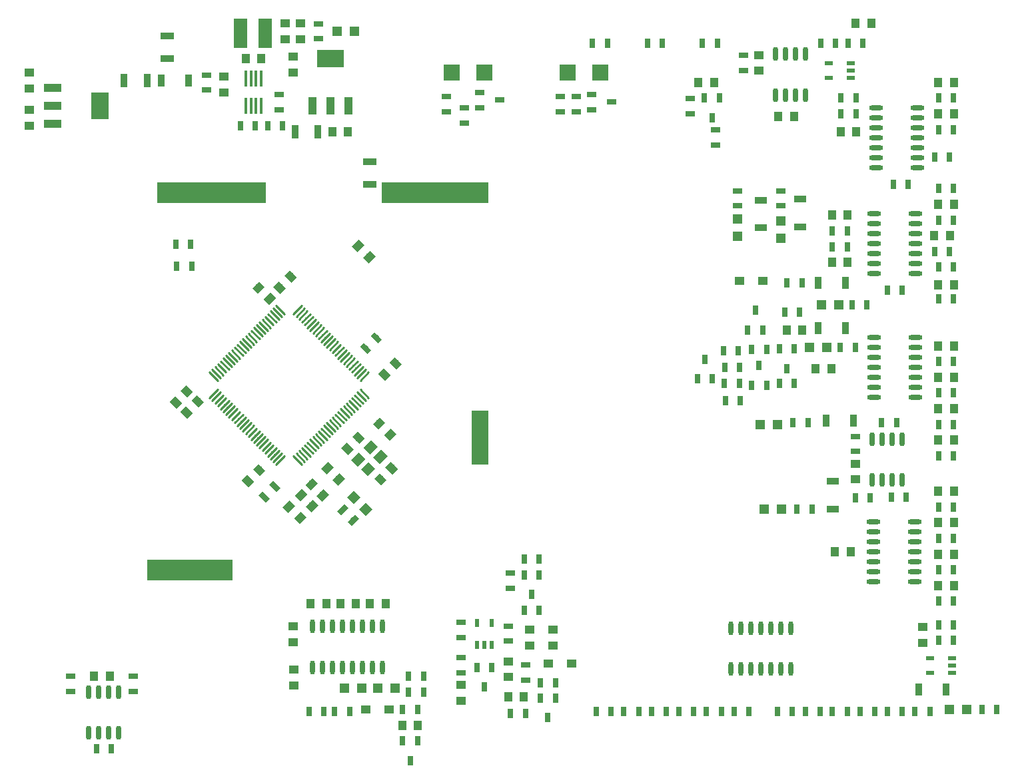
<source format=gbr>
%TF.GenerationSoftware,KiCad,Pcbnew,(5.1.4)-1*%
%TF.CreationDate,2020-11-06T00:10:57+08:00*%
%TF.ProjectId,MCU,4d43552e-6b69-4636-9164-5f7063625858,rev?*%
%TF.SameCoordinates,Original*%
%TF.FileFunction,Paste,Bot*%
%TF.FilePolarity,Positive*%
%FSLAX46Y46*%
G04 Gerber Fmt 4.6, Leading zero omitted, Abs format (unit mm)*
G04 Created by KiCad (PCBNEW (5.1.4)-1) date 2020-11-06 00:10:57*
%MOMM*%
%LPD*%
G04 APERTURE LIST*
%ADD10C,0.100000*%
%ADD11R,1.250000X1.000000*%
%ADD12O,0.700000X1.800000*%
%ADD13R,0.700000X1.300000*%
%ADD14R,1.300000X0.700000*%
%ADD15R,1.000000X1.250000*%
%ADD16R,0.700000X1.250000*%
%ADD17R,1.700000X0.900000*%
%ADD18O,1.800000X0.600000*%
%ADD19C,1.200000*%
%ADD20C,0.350000*%
%ADD21C,0.700000*%
%ADD22C,1.000000*%
%ADD23R,1.200000X1.200000*%
%ADD24O,0.600000X1.800000*%
%ADD25R,1.100000X0.600000*%
%ADD26R,0.900000X1.700000*%
%ADD27R,0.600000X1.100000*%
%ADD28C,0.280000*%
%ADD29C,0.280000*%
%ADD30R,1.250000X0.700000*%
%ADD31R,2.000000X2.000000*%
%ADD32R,2.200000X1.000000*%
%ADD33R,2.200000X3.500000*%
%ADD34R,1.000000X2.200000*%
%ADD35R,3.500000X2.200000*%
%ADD36R,0.400000X2.000000*%
%ADD37R,1.780000X3.700000*%
%ADD38R,0.900000X1.500000*%
%ADD39R,1.500000X0.900000*%
G04 APERTURE END LIST*
D10*
G36*
X81750000Y-80000000D02*
G01*
X79750000Y-80000000D01*
X79750000Y-73250000D01*
X81750000Y-73250000D01*
X81750000Y-80000000D01*
G37*
X81750000Y-80000000D02*
X79750000Y-80000000D01*
X79750000Y-73250000D01*
X81750000Y-73250000D01*
X81750000Y-80000000D01*
G36*
X49250000Y-94750000D02*
G01*
X38500000Y-94750000D01*
X38500000Y-92250000D01*
X49250000Y-92250000D01*
X49250000Y-94750000D01*
G37*
X49250000Y-94750000D02*
X38500000Y-94750000D01*
X38500000Y-92250000D01*
X49250000Y-92250000D01*
X49250000Y-94750000D01*
G36*
X81750000Y-46750000D02*
G01*
X68250000Y-46750000D01*
X68250000Y-44250000D01*
X81750000Y-44250000D01*
X81750000Y-46750000D01*
G37*
X81750000Y-46750000D02*
X68250000Y-46750000D01*
X68250000Y-44250000D01*
X81750000Y-44250000D01*
X81750000Y-46750000D01*
G36*
X53500000Y-46750000D02*
G01*
X39750000Y-46750000D01*
X39750000Y-44250000D01*
X53500000Y-44250000D01*
X53500000Y-46750000D01*
G37*
X53500000Y-46750000D02*
X39750000Y-46750000D01*
X39750000Y-44250000D01*
X53500000Y-44250000D01*
X53500000Y-46750000D01*
D11*
X113775000Y-56750000D03*
X116725000Y-56750000D03*
D12*
X31070000Y-114235000D03*
X32340000Y-114235000D03*
X33610000Y-114235000D03*
X34880000Y-114235000D03*
X34880000Y-109035000D03*
X33610000Y-109035000D03*
X32340000Y-109035000D03*
X31070000Y-109035000D03*
D13*
X33950000Y-116250000D03*
X32050000Y-116250000D03*
D14*
X36750000Y-107050000D03*
X36750000Y-108950000D03*
X28750000Y-107050000D03*
X28750000Y-108950000D03*
D15*
X33750000Y-107000000D03*
X31750000Y-107000000D03*
D13*
X113775000Y-67767000D03*
X111875000Y-67767000D03*
X111850000Y-69800000D03*
X113750000Y-69800000D03*
D16*
X109350000Y-66700000D03*
X108400000Y-69200000D03*
X110300000Y-69200000D03*
D11*
X69225000Y-111250000D03*
X66275000Y-111250000D03*
D17*
X66800000Y-44450000D03*
X66800000Y-41550000D03*
D18*
X136000000Y-95010000D03*
X136000000Y-93740000D03*
X136000000Y-92470000D03*
X136000000Y-91200000D03*
X136000000Y-89930000D03*
X136000000Y-88660000D03*
X136000000Y-87390000D03*
X130800000Y-87390000D03*
X130800000Y-88660000D03*
X130800000Y-89930000D03*
X130800000Y-91200000D03*
X130800000Y-92470000D03*
X130800000Y-93740000D03*
X130800000Y-95010000D03*
D19*
X66277817Y-85777817D03*
D20*
G36*
X65429289Y-85777817D02*
G01*
X66277817Y-84929289D01*
X67126345Y-85777817D01*
X66277817Y-86626345D01*
X65429289Y-85777817D01*
X65429289Y-85777817D01*
G37*
D19*
X64722183Y-84222183D03*
D20*
G36*
X63873655Y-84222183D02*
G01*
X64722183Y-83373655D01*
X65570711Y-84222183D01*
X64722183Y-85070711D01*
X63873655Y-84222183D01*
X63873655Y-84222183D01*
G37*
D21*
X64671751Y-87171751D03*
D20*
G36*
X63964644Y-87383883D02*
G01*
X64883883Y-86464644D01*
X65378858Y-86959619D01*
X64459619Y-87878858D01*
X63964644Y-87383883D01*
X63964644Y-87383883D01*
G37*
D21*
X63328249Y-85828249D03*
D20*
G36*
X62621142Y-86040381D02*
G01*
X63540381Y-85121142D01*
X64035356Y-85616117D01*
X63116117Y-86535356D01*
X62621142Y-86040381D01*
X62621142Y-86040381D01*
G37*
D22*
X60778107Y-84019107D03*
D20*
G36*
X59982612Y-84107495D02*
G01*
X60866495Y-83223612D01*
X61573602Y-83930719D01*
X60689719Y-84814602D01*
X59982612Y-84107495D01*
X59982612Y-84107495D01*
G37*
D22*
X59363893Y-82604893D03*
D20*
G36*
X58568398Y-82693281D02*
G01*
X59452281Y-81809398D01*
X60159388Y-82516505D01*
X59275505Y-83400388D01*
X58568398Y-82693281D01*
X58568398Y-82693281D01*
G37*
D22*
X54047107Y-59000107D03*
D20*
G36*
X54842602Y-58911719D02*
G01*
X53958719Y-59795602D01*
X53251612Y-59088495D01*
X54135495Y-58204612D01*
X54842602Y-58911719D01*
X54842602Y-58911719D01*
G37*
D22*
X52632893Y-57585893D03*
D20*
G36*
X53428388Y-57497505D02*
G01*
X52544505Y-58381388D01*
X51837398Y-57674281D01*
X52721281Y-56790398D01*
X53428388Y-57497505D01*
X53428388Y-57497505D01*
G37*
D22*
X43488893Y-73478107D03*
D20*
G36*
X43400505Y-72682612D02*
G01*
X44284388Y-73566495D01*
X43577281Y-74273602D01*
X42693398Y-73389719D01*
X43400505Y-72682612D01*
X43400505Y-72682612D01*
G37*
D22*
X44903107Y-72063893D03*
D20*
G36*
X44814719Y-71268398D02*
G01*
X45698602Y-72152281D01*
X44991495Y-72859388D01*
X44107612Y-71975505D01*
X44814719Y-71268398D01*
X44814719Y-71268398D01*
G37*
D11*
X92407000Y-105410000D03*
X89457000Y-105410000D03*
D13*
X84648000Y-111760000D03*
X86548000Y-111760000D03*
D14*
X60250000Y-25950000D03*
X60250000Y-24050000D03*
D13*
X146450000Y-111250000D03*
X144550000Y-111250000D03*
X122950000Y-85750000D03*
X121050000Y-85750000D03*
X122450000Y-74750000D03*
X120550000Y-74750000D03*
D14*
X119000000Y-45300000D03*
X119000000Y-47200000D03*
X113500000Y-45300000D03*
X113500000Y-47200000D03*
D13*
X128450000Y-65250000D03*
X126550000Y-65250000D03*
X129950000Y-59750000D03*
X128050000Y-59750000D03*
D23*
X64850000Y-25000000D03*
X62650000Y-25000000D03*
X140400000Y-111250000D03*
X142600000Y-111250000D03*
X116900000Y-85750000D03*
X119100000Y-85750000D03*
X116400000Y-75000000D03*
X118600000Y-75000000D03*
X119000000Y-51350000D03*
X119000000Y-49150000D03*
X113500000Y-51100000D03*
X113500000Y-48900000D03*
X122650000Y-65250000D03*
X124850000Y-65250000D03*
X124150000Y-59750000D03*
X126350000Y-59750000D03*
D13*
X62300000Y-111550000D03*
X64200000Y-111550000D03*
X59050000Y-111550000D03*
X60950000Y-111550000D03*
X102050000Y-26500000D03*
X103950000Y-26500000D03*
X95050000Y-26500000D03*
X96950000Y-26500000D03*
X110950000Y-26500000D03*
X109050000Y-26500000D03*
D24*
X59454999Y-105900000D03*
X60724999Y-105900000D03*
X61994999Y-105900000D03*
X63264999Y-105900000D03*
X64534999Y-105900000D03*
X65804999Y-105900000D03*
X67074999Y-105900000D03*
X68344999Y-105900000D03*
X68344999Y-100700000D03*
X67074999Y-100700000D03*
X65804999Y-100700000D03*
X64534999Y-100700000D03*
X63264999Y-100700000D03*
X61994999Y-100700000D03*
X60724999Y-100700000D03*
X59454999Y-100700000D03*
D25*
X125100000Y-29050000D03*
X125100000Y-30950000D03*
X127900000Y-30950000D03*
X127900000Y-30000000D03*
X127900000Y-29050000D03*
D13*
X127550000Y-26500000D03*
X129450000Y-26500000D03*
D23*
X63550000Y-108550000D03*
X65750000Y-108550000D03*
X67800000Y-108550000D03*
X70000000Y-108550000D03*
D11*
X57023000Y-100685000D03*
X57023000Y-102685000D03*
D15*
X66765000Y-97800000D03*
X68765000Y-97800000D03*
X63015000Y-97800000D03*
X65015000Y-97800000D03*
D11*
X57150000Y-108188000D03*
X57150000Y-106188000D03*
D15*
X61265000Y-97800001D03*
X59265000Y-97800001D03*
D11*
X90075000Y-101134000D03*
X87125000Y-101134000D03*
X90075001Y-103134000D03*
X87125001Y-103134000D03*
D12*
X130595000Y-82100000D03*
X131865000Y-82100000D03*
X133135000Y-82100000D03*
X134405000Y-82100000D03*
X134405000Y-76900000D03*
X133135000Y-76900000D03*
X131865000Y-76900000D03*
X130595000Y-76900000D03*
D26*
X57300000Y-37750000D03*
X60200000Y-37750000D03*
D14*
X93000000Y-33300000D03*
X93000000Y-35200000D03*
X91000000Y-33300000D03*
X91000000Y-35200000D03*
D13*
X53800000Y-37000000D03*
X55700000Y-37000000D03*
D14*
X55250000Y-34950000D03*
X55250000Y-33050000D03*
D11*
X23500000Y-37000000D03*
X23500000Y-35000000D03*
D24*
X112690000Y-106100000D03*
X113960000Y-106100000D03*
X115230000Y-106100000D03*
X116500000Y-106100000D03*
X117770000Y-106100000D03*
X119040000Y-106100000D03*
X120310000Y-106100000D03*
X120310000Y-100900000D03*
X119040000Y-100900000D03*
X117770000Y-100900000D03*
X116500000Y-100900000D03*
X115230000Y-100900000D03*
X113960000Y-100900000D03*
X112690000Y-100900000D03*
D18*
X136100000Y-55810000D03*
X136100000Y-54540000D03*
X136100000Y-53270000D03*
X136100000Y-52000000D03*
X136100000Y-50730000D03*
X136100000Y-49460000D03*
X136100000Y-48190000D03*
X130900000Y-48190000D03*
X130900000Y-49460000D03*
X130900000Y-50730000D03*
X130900000Y-52000000D03*
X130900000Y-53270000D03*
X130900000Y-54540000D03*
X130900000Y-55810000D03*
X136100000Y-71560000D03*
X136100000Y-70290000D03*
X136100000Y-69020000D03*
X136100000Y-67750000D03*
X136100000Y-66480000D03*
X136100000Y-65210000D03*
X136100000Y-63940000D03*
X130900000Y-63940000D03*
X130900000Y-65210000D03*
X130900000Y-66480000D03*
X130900000Y-67750000D03*
X130900000Y-69020000D03*
X130900000Y-70290000D03*
X130900000Y-71560000D03*
X136350000Y-42310000D03*
X136350000Y-41040000D03*
X136350000Y-39770000D03*
X136350000Y-38500000D03*
X136350000Y-37230000D03*
X136350000Y-35960000D03*
X136350000Y-34690000D03*
X131150000Y-34690000D03*
X131150000Y-35960000D03*
X131150000Y-37230000D03*
X131150000Y-38500000D03*
X131150000Y-39770000D03*
X131150000Y-41040000D03*
X131150000Y-42310000D03*
D27*
X82300000Y-100234000D03*
X80400000Y-100234000D03*
X80400000Y-103034000D03*
X81350000Y-103034000D03*
X82300000Y-103034000D03*
D28*
X66081297Y-68903984D03*
D29*
X65543896Y-69441385D02*
X66618698Y-68366583D01*
D28*
X65727743Y-68550431D03*
D29*
X65190342Y-69087832D02*
X66265144Y-68013030D01*
D28*
X65374190Y-68196878D03*
D29*
X64836789Y-68734279D02*
X65911591Y-67659477D01*
D28*
X65020637Y-67843324D03*
D29*
X64483236Y-68380725D02*
X65558038Y-67305923D01*
D28*
X64667083Y-67489771D03*
D29*
X64129682Y-68027172D02*
X65204484Y-66952370D01*
D28*
X64313530Y-67136218D03*
D29*
X63776129Y-67673619D02*
X64850931Y-66598817D01*
D28*
X63959977Y-66782664D03*
D29*
X63422576Y-67320065D02*
X64497378Y-66245263D01*
D28*
X63606423Y-66429111D03*
D29*
X63069022Y-66966512D02*
X64143824Y-65891710D01*
D28*
X63252870Y-66075557D03*
D29*
X62715469Y-66612958D02*
X63790271Y-65538156D01*
D28*
X62899316Y-65722004D03*
D29*
X62361915Y-66259405D02*
X63436717Y-65184603D01*
D28*
X62545763Y-65368451D03*
D29*
X62008362Y-65905852D02*
X63083164Y-64831050D01*
D28*
X62192210Y-65014897D03*
D29*
X61654809Y-65552298D02*
X62729611Y-64477496D01*
D28*
X61838656Y-64661344D03*
D29*
X61301255Y-65198745D02*
X62376057Y-64123943D01*
D28*
X61485103Y-64307790D03*
D29*
X60947702Y-64845191D02*
X62022504Y-63770389D01*
D28*
X61131549Y-63954237D03*
D29*
X60594148Y-64491638D02*
X61668950Y-63416836D01*
D28*
X60777996Y-63600684D03*
D29*
X60240595Y-64138085D02*
X61315397Y-63063283D01*
D28*
X60424443Y-63247130D03*
D29*
X59887042Y-63784531D02*
X60961844Y-62709729D01*
D28*
X60070889Y-62893577D03*
D29*
X59533488Y-63430978D02*
X60608290Y-62356176D01*
D28*
X59717336Y-62540023D03*
D29*
X59179935Y-63077424D02*
X60254737Y-62002622D01*
D28*
X59363782Y-62186470D03*
D29*
X58826381Y-62723871D02*
X59901183Y-61649069D01*
D28*
X59010229Y-61832917D03*
D29*
X58472828Y-62370318D02*
X59547630Y-61295516D01*
D28*
X58656676Y-61479363D03*
D29*
X58119275Y-62016764D02*
X59194077Y-60941962D01*
D28*
X58303122Y-61125810D03*
D29*
X57765721Y-61663211D02*
X58840523Y-60588409D01*
D28*
X57949569Y-60772257D03*
D29*
X57412168Y-61309658D02*
X58486970Y-60234856D01*
D28*
X57596016Y-60418703D03*
D29*
X57058615Y-60956104D02*
X58133417Y-59881302D01*
D28*
X55403984Y-60418703D03*
D29*
X54866583Y-59881302D02*
X55941385Y-60956104D01*
D28*
X55050431Y-60772257D03*
D29*
X54513030Y-60234856D02*
X55587832Y-61309658D01*
D28*
X54696878Y-61125810D03*
D29*
X54159477Y-60588409D02*
X55234279Y-61663211D01*
D28*
X54343324Y-61479363D03*
D29*
X53805923Y-60941962D02*
X54880725Y-62016764D01*
D28*
X53989771Y-61832917D03*
D29*
X53452370Y-61295516D02*
X54527172Y-62370318D01*
D28*
X53636218Y-62186470D03*
D29*
X53098817Y-61649069D02*
X54173619Y-62723871D01*
D28*
X53282664Y-62540023D03*
D29*
X52745263Y-62002622D02*
X53820065Y-63077424D01*
D28*
X52929111Y-62893577D03*
D29*
X52391710Y-62356176D02*
X53466512Y-63430978D01*
D28*
X52575557Y-63247130D03*
D29*
X52038156Y-62709729D02*
X53112958Y-63784531D01*
D28*
X52222004Y-63600684D03*
D29*
X51684603Y-63063283D02*
X52759405Y-64138085D01*
D28*
X51868451Y-63954237D03*
D29*
X51331050Y-63416836D02*
X52405852Y-64491638D01*
D28*
X51514897Y-64307790D03*
D29*
X50977496Y-63770389D02*
X52052298Y-64845191D01*
D28*
X51161344Y-64661344D03*
D29*
X50623943Y-64123943D02*
X51698745Y-65198745D01*
D28*
X50807790Y-65014897D03*
D29*
X50270389Y-64477496D02*
X51345191Y-65552298D01*
D28*
X50454237Y-65368451D03*
D29*
X49916836Y-64831050D02*
X50991638Y-65905852D01*
D28*
X50100684Y-65722004D03*
D29*
X49563283Y-65184603D02*
X50638085Y-66259405D01*
D28*
X49747130Y-66075557D03*
D29*
X49209729Y-65538156D02*
X50284531Y-66612958D01*
D28*
X49393577Y-66429111D03*
D29*
X48856176Y-65891710D02*
X49930978Y-66966512D01*
D28*
X49040023Y-66782664D03*
D29*
X48502622Y-66245263D02*
X49577424Y-67320065D01*
D28*
X48686470Y-67136218D03*
D29*
X48149069Y-66598817D02*
X49223871Y-67673619D01*
D28*
X48332917Y-67489771D03*
D29*
X47795516Y-66952370D02*
X48870318Y-68027172D01*
D28*
X47979363Y-67843324D03*
D29*
X47441962Y-67305923D02*
X48516764Y-68380725D01*
D28*
X47625810Y-68196878D03*
D29*
X47088409Y-67659477D02*
X48163211Y-68734279D01*
D28*
X47272257Y-68550431D03*
D29*
X46734856Y-68013030D02*
X47809658Y-69087832D01*
D28*
X46918703Y-68903984D03*
D29*
X46381302Y-68366583D02*
X47456104Y-69441385D01*
D28*
X46918703Y-71096016D03*
D29*
X46381302Y-71633417D02*
X47456104Y-70558615D01*
D28*
X47272257Y-71449569D03*
D29*
X46734856Y-71986970D02*
X47809658Y-70912168D01*
D28*
X47625810Y-71803122D03*
D29*
X47088409Y-72340523D02*
X48163211Y-71265721D01*
D28*
X47979363Y-72156676D03*
D29*
X47441962Y-72694077D02*
X48516764Y-71619275D01*
D28*
X48332917Y-72510229D03*
D29*
X47795516Y-73047630D02*
X48870318Y-71972828D01*
D28*
X48686470Y-72863782D03*
D29*
X48149069Y-73401183D02*
X49223871Y-72326381D01*
D28*
X49040023Y-73217336D03*
D29*
X48502622Y-73754737D02*
X49577424Y-72679935D01*
D28*
X49393577Y-73570889D03*
D29*
X48856176Y-74108290D02*
X49930978Y-73033488D01*
D28*
X49747130Y-73924443D03*
D29*
X49209729Y-74461844D02*
X50284531Y-73387042D01*
D28*
X50100684Y-74277996D03*
D29*
X49563283Y-74815397D02*
X50638085Y-73740595D01*
D28*
X50454237Y-74631549D03*
D29*
X49916836Y-75168950D02*
X50991638Y-74094148D01*
D28*
X50807790Y-74985103D03*
D29*
X50270389Y-75522504D02*
X51345191Y-74447702D01*
D28*
X51161344Y-75338656D03*
D29*
X50623943Y-75876057D02*
X51698745Y-74801255D01*
D28*
X51514897Y-75692210D03*
D29*
X50977496Y-76229611D02*
X52052298Y-75154809D01*
D28*
X51868451Y-76045763D03*
D29*
X51331050Y-76583164D02*
X52405852Y-75508362D01*
D28*
X52222004Y-76399316D03*
D29*
X51684603Y-76936717D02*
X52759405Y-75861915D01*
D28*
X52575557Y-76752870D03*
D29*
X52038156Y-77290271D02*
X53112958Y-76215469D01*
D28*
X52929111Y-77106423D03*
D29*
X52391710Y-77643824D02*
X53466512Y-76569022D01*
D28*
X53282664Y-77459977D03*
D29*
X52745263Y-77997378D02*
X53820065Y-76922576D01*
D28*
X53636218Y-77813530D03*
D29*
X53098817Y-78350931D02*
X54173619Y-77276129D01*
D28*
X53989771Y-78167083D03*
D29*
X53452370Y-78704484D02*
X54527172Y-77629682D01*
D28*
X54343324Y-78520637D03*
D29*
X53805923Y-79058038D02*
X54880725Y-77983236D01*
D28*
X54696878Y-78874190D03*
D29*
X54159477Y-79411591D02*
X55234279Y-78336789D01*
D28*
X55050431Y-79227743D03*
D29*
X54513030Y-79765144D02*
X55587832Y-78690342D01*
D28*
X55403984Y-79581297D03*
D29*
X54866583Y-80118698D02*
X55941385Y-79043896D01*
D28*
X57596016Y-79581297D03*
D29*
X57058615Y-79043896D02*
X58133417Y-80118698D01*
D28*
X57949569Y-79227743D03*
D29*
X57412168Y-78690342D02*
X58486970Y-79765144D01*
D28*
X58303122Y-78874190D03*
D29*
X57765721Y-78336789D02*
X58840523Y-79411591D01*
D28*
X58656676Y-78520637D03*
D29*
X58119275Y-77983236D02*
X59194077Y-79058038D01*
D28*
X59010229Y-78167083D03*
D29*
X58472828Y-77629682D02*
X59547630Y-78704484D01*
D28*
X59363782Y-77813530D03*
D29*
X58826381Y-77276129D02*
X59901183Y-78350931D01*
D28*
X59717336Y-77459977D03*
D29*
X59179935Y-76922576D02*
X60254737Y-77997378D01*
D28*
X60070889Y-77106423D03*
D29*
X59533488Y-76569022D02*
X60608290Y-77643824D01*
D28*
X60424443Y-76752870D03*
D29*
X59887042Y-76215469D02*
X60961844Y-77290271D01*
D28*
X60777996Y-76399316D03*
D29*
X60240595Y-75861915D02*
X61315397Y-76936717D01*
D28*
X61131549Y-76045763D03*
D29*
X60594148Y-75508362D02*
X61668950Y-76583164D01*
D28*
X61485103Y-75692210D03*
D29*
X60947702Y-75154809D02*
X62022504Y-76229611D01*
D28*
X61838656Y-75338656D03*
D29*
X61301255Y-74801255D02*
X62376057Y-75876057D01*
D28*
X62192210Y-74985103D03*
D29*
X61654809Y-74447702D02*
X62729611Y-75522504D01*
D28*
X62545763Y-74631549D03*
D29*
X62008362Y-74094148D02*
X63083164Y-75168950D01*
D28*
X62899316Y-74277996D03*
D29*
X62361915Y-73740595D02*
X63436717Y-74815397D01*
D28*
X63252870Y-73924443D03*
D29*
X62715469Y-73387042D02*
X63790271Y-74461844D01*
D28*
X63606423Y-73570889D03*
D29*
X63069022Y-73033488D02*
X64143824Y-74108290D01*
D28*
X63959977Y-73217336D03*
D29*
X63422576Y-72679935D02*
X64497378Y-73754737D01*
D28*
X64313530Y-72863782D03*
D29*
X63776129Y-72326381D02*
X64850931Y-73401183D01*
D28*
X64667083Y-72510229D03*
D29*
X64129682Y-71972828D02*
X65204484Y-73047630D01*
D28*
X65020637Y-72156676D03*
D29*
X64483236Y-71619275D02*
X65558038Y-72694077D01*
D28*
X65374190Y-71803122D03*
D29*
X64836789Y-71265721D02*
X65911591Y-72340523D01*
D28*
X65727743Y-71449569D03*
D29*
X65190342Y-70912168D02*
X66265144Y-71986970D01*
D28*
X66081297Y-71096016D03*
D29*
X65543896Y-70558615D02*
X66618698Y-71633417D01*
D14*
X76500000Y-33300000D03*
X76500000Y-35200000D03*
X78750000Y-36650000D03*
X78750000Y-34750000D03*
D13*
X50300000Y-37000000D03*
X52200000Y-37000000D03*
X119800000Y-57000000D03*
X121700000Y-57000000D03*
D30*
X97500000Y-34000000D03*
X95000000Y-33050000D03*
X95000000Y-34950000D03*
X83250000Y-33750000D03*
X80750000Y-32800000D03*
X80750000Y-34700000D03*
D31*
X91900000Y-30250000D03*
X96100000Y-30250000D03*
X77150000Y-30250000D03*
X81350000Y-30250000D03*
D15*
X64000000Y-37750000D03*
X62000000Y-37750000D03*
D11*
X57000000Y-30250000D03*
X57000000Y-28250000D03*
D19*
X66903777Y-77910142D03*
D20*
G36*
X66974488Y-76990903D02*
G01*
X67823016Y-77839431D01*
X66833066Y-78829381D01*
X65984538Y-77980853D01*
X66974488Y-76990903D01*
X66974488Y-76990903D01*
G37*
D19*
X65348142Y-79465777D03*
D20*
G36*
X65418853Y-78546538D02*
G01*
X66267381Y-79395066D01*
X65277431Y-80385016D01*
X64428903Y-79536488D01*
X65418853Y-78546538D01*
X65418853Y-78546538D01*
G37*
D19*
X66550223Y-80667858D03*
D20*
G36*
X66620934Y-79748619D02*
G01*
X67469462Y-80597147D01*
X66479512Y-81587097D01*
X65630984Y-80738569D01*
X66620934Y-79748619D01*
X66620934Y-79748619D01*
G37*
D19*
X68105858Y-79112223D03*
D20*
G36*
X68176569Y-78192984D02*
G01*
X69025097Y-79041512D01*
X68035147Y-80031462D01*
X67186619Y-79182934D01*
X68176569Y-78192984D01*
X68176569Y-78192984D01*
G37*
D32*
X26500000Y-32200000D03*
D33*
X32500000Y-34500000D03*
D32*
X26500000Y-34500000D03*
X26500000Y-36800000D03*
D34*
X59450000Y-34500000D03*
D35*
X61750000Y-28500000D03*
D34*
X61750000Y-34500000D03*
X64050000Y-34500000D03*
D36*
X52970000Y-31040000D03*
X52330000Y-31040000D03*
X51670000Y-31040000D03*
X51030000Y-31040000D03*
X51030000Y-34460000D03*
X51670000Y-34460000D03*
X52330000Y-34460000D03*
X52970000Y-34460000D03*
D12*
X122155000Y-27900000D03*
X120885000Y-27900000D03*
X119615000Y-27900000D03*
X118345000Y-27900000D03*
X118345000Y-33100000D03*
X119615000Y-33100000D03*
X120885000Y-33100000D03*
X122155000Y-33100000D03*
D25*
X138000000Y-104750000D03*
X138000000Y-106650000D03*
X140800000Y-106650000D03*
X140800000Y-105700000D03*
X140800000Y-104750000D03*
D14*
X46000000Y-32450000D03*
X46000000Y-30550000D03*
D13*
X125950000Y-26500000D03*
X124050000Y-26500000D03*
X73600000Y-109050000D03*
X71700000Y-109050000D03*
X73600000Y-107050000D03*
X71700000Y-107050000D03*
X119499999Y-60750000D03*
X121399999Y-60750000D03*
X115300000Y-65500000D03*
X117200000Y-65500000D03*
X120700000Y-69750000D03*
X118800000Y-69750000D03*
X113600000Y-65600000D03*
X111700000Y-65600000D03*
X111953000Y-72009000D03*
X113853000Y-72009000D03*
D14*
X107500000Y-35450000D03*
X107500000Y-33550000D03*
D13*
X86400000Y-92134000D03*
X88300000Y-92134000D03*
D14*
X84600000Y-93934000D03*
X84600000Y-95834000D03*
X110750000Y-37550000D03*
X110750000Y-39450000D03*
D13*
X88450000Y-107851000D03*
X90350000Y-107851000D03*
X88300000Y-98634000D03*
X86400000Y-98634000D03*
D14*
X78350000Y-106600000D03*
X78350000Y-104700000D03*
X84350000Y-100684000D03*
X84350000Y-102584000D03*
X114250000Y-29950000D03*
X114250000Y-28050000D03*
X86614000Y-105603000D03*
X86614000Y-107503000D03*
X78350000Y-102084000D03*
X78350000Y-100184000D03*
D13*
X139050000Y-102500000D03*
X140950000Y-102500000D03*
X139050000Y-100500000D03*
X140950000Y-100500000D03*
X139050000Y-45000000D03*
X140950000Y-45000000D03*
X139050000Y-55000000D03*
X140950000Y-55000000D03*
X139050000Y-67000000D03*
X140950000Y-67000000D03*
X140950000Y-71000000D03*
X139050000Y-71000000D03*
X139050000Y-75000000D03*
X140950000Y-75000000D03*
X139050000Y-79000000D03*
X140950000Y-79000000D03*
X139050000Y-85500000D03*
X140950000Y-85500000D03*
X139050000Y-89500000D03*
X140950000Y-89500000D03*
X139050000Y-93500000D03*
X140950000Y-93500000D03*
X139050000Y-97500000D03*
X140950000Y-97500000D03*
X133050000Y-84250000D03*
X134950000Y-84250000D03*
X128450000Y-84350000D03*
X130350000Y-84350000D03*
X131800000Y-74750000D03*
X133700000Y-74750000D03*
D14*
X128500000Y-78450000D03*
X128500000Y-76550000D03*
D13*
X139050000Y-49000000D03*
X140950000Y-49000000D03*
X138550000Y-53000000D03*
X140450000Y-53000000D03*
X132550000Y-57900000D03*
X134450000Y-57900000D03*
X139050000Y-59000000D03*
X140950000Y-59000000D03*
X127450000Y-50400000D03*
X125550000Y-50400000D03*
X127450000Y-52400000D03*
X125550000Y-52400000D03*
X138550000Y-41000000D03*
X140450000Y-41000000D03*
X133300000Y-44500000D03*
X135200000Y-44500000D03*
X139050000Y-37500000D03*
X140950000Y-37500000D03*
X128550000Y-33500000D03*
X126650000Y-33500000D03*
X128550000Y-35500000D03*
X126650000Y-35500000D03*
X139050000Y-33500000D03*
X140950000Y-33500000D03*
X70950000Y-111300001D03*
X72850000Y-111300001D03*
D21*
X67600751Y-63971249D03*
D20*
G36*
X67812883Y-64678356D02*
G01*
X66893644Y-63759117D01*
X67388619Y-63264142D01*
X68307858Y-64183381D01*
X67812883Y-64678356D01*
X67812883Y-64678356D01*
G37*
D21*
X66257249Y-65314751D03*
D20*
G36*
X66469381Y-66021858D02*
G01*
X65550142Y-65102619D01*
X66045117Y-64607644D01*
X66964356Y-65526883D01*
X66469381Y-66021858D01*
X66469381Y-66021858D01*
G37*
D13*
X118550000Y-111500000D03*
X120450000Y-111500000D03*
X122100000Y-111500000D03*
X124000000Y-111500000D03*
X127450000Y-111500000D03*
X125550000Y-111500000D03*
X130950000Y-111500000D03*
X129050000Y-111500000D03*
X132550000Y-111500000D03*
X134450000Y-111500000D03*
X136050000Y-111500000D03*
X137950000Y-111500000D03*
X97450000Y-111500000D03*
X95550000Y-111500000D03*
X100950000Y-111500000D03*
X99050000Y-111500000D03*
X104450000Y-111500000D03*
X102550000Y-111500000D03*
X107950000Y-111500000D03*
X106050000Y-111500000D03*
X111450000Y-111500000D03*
X109550000Y-111500000D03*
X114950000Y-111500000D03*
X113050000Y-111500000D03*
D16*
X115750000Y-60500000D03*
X114800000Y-63000000D03*
X116700000Y-63000000D03*
X119750000Y-67900000D03*
X120700000Y-65400000D03*
X118800000Y-65400000D03*
X116250000Y-67500000D03*
X115300000Y-70000000D03*
X117200000Y-70000000D03*
X110250000Y-36000000D03*
X111200000Y-33500000D03*
X109300000Y-33500000D03*
X87350000Y-96634001D03*
X88300000Y-94134001D03*
X86400000Y-94134001D03*
X89400000Y-112301000D03*
X90350000Y-109801000D03*
X88450000Y-109801000D03*
X81350000Y-108400000D03*
X82300000Y-105900000D03*
X80400000Y-105900000D03*
X71900001Y-117750000D03*
X72850001Y-115250000D03*
X70950001Y-115250000D03*
D37*
X50330000Y-25250000D03*
X53500000Y-25250000D03*
D17*
X41000000Y-25550000D03*
X41000000Y-28450000D03*
D13*
X44003000Y-52070000D03*
X42103000Y-52070000D03*
X44130000Y-54864000D03*
X42230000Y-54864000D03*
D21*
X54683502Y-82857498D03*
D20*
G36*
X54895634Y-83564605D02*
G01*
X53976395Y-82645366D01*
X54471370Y-82150391D01*
X55390609Y-83069630D01*
X54895634Y-83564605D01*
X54895634Y-83564605D01*
G37*
D21*
X53340000Y-84201000D03*
D20*
G36*
X53552132Y-84908107D02*
G01*
X52632893Y-83988868D01*
X53127868Y-83493893D01*
X54047107Y-84413132D01*
X53552132Y-84908107D01*
X53552132Y-84908107D01*
G37*
D26*
X38450000Y-31250000D03*
X35550000Y-31250000D03*
D38*
X40250000Y-31250000D03*
X43750000Y-31250000D03*
X136500000Y-108750000D03*
X140000000Y-108750000D03*
D39*
X125600000Y-82250000D03*
X125600000Y-85750000D03*
D38*
X124750000Y-74500000D03*
X128250000Y-74500000D03*
D39*
X121500000Y-49850000D03*
X121500000Y-46350000D03*
X116500000Y-50000000D03*
X116500000Y-46500000D03*
D38*
X123750000Y-62750000D03*
X127250000Y-62750000D03*
X123750000Y-57000000D03*
X127250000Y-57000000D03*
D11*
X23500000Y-30250000D03*
X23500000Y-32250000D03*
X58000000Y-24000000D03*
X58000000Y-26000000D03*
X56000000Y-24000000D03*
X56000000Y-26000000D03*
D15*
X53000000Y-28500000D03*
X51000000Y-28500000D03*
D11*
X48250000Y-32750000D03*
X48250000Y-30750000D03*
D15*
X128500000Y-24000000D03*
X130500000Y-24000000D03*
X121750000Y-63000000D03*
X119750000Y-63000000D03*
X110500000Y-31500000D03*
X108500000Y-31500000D03*
D11*
X84350000Y-107150000D03*
X84350000Y-105150000D03*
X116250000Y-28000000D03*
X116250000Y-30000000D03*
D15*
X118700000Y-35800000D03*
X120700000Y-35800000D03*
X84349999Y-109650000D03*
X86349999Y-109650000D03*
D11*
X78350000Y-110150000D03*
X78350000Y-108150000D03*
X137000000Y-102800000D03*
X137000000Y-100800000D03*
D15*
X141000000Y-65000000D03*
X139000000Y-65000000D03*
X141000000Y-69000000D03*
X139000000Y-69000000D03*
X141000000Y-73000000D03*
X139000000Y-73000000D03*
X141000000Y-77000000D03*
X139000000Y-77000000D03*
X141000000Y-83500000D03*
X139000000Y-83500000D03*
X141000000Y-87500000D03*
X139000000Y-87500000D03*
X141000000Y-91500000D03*
X139000000Y-91500000D03*
X141000000Y-95500000D03*
X139000000Y-95500000D03*
X125400000Y-67900000D03*
X123400000Y-67900000D03*
X125900000Y-91200000D03*
X127900000Y-91200000D03*
D11*
X128500000Y-80000000D03*
X128500000Y-82000000D03*
D15*
X125500000Y-48400000D03*
X127500000Y-48400000D03*
X140500000Y-51000000D03*
X138500000Y-51000000D03*
X141000000Y-57250000D03*
X139000000Y-57250000D03*
X141000000Y-47000000D03*
X139000000Y-47000000D03*
X141000000Y-35500000D03*
X139000000Y-35500000D03*
X141000000Y-31500000D03*
X139000000Y-31500000D03*
X125500000Y-54400000D03*
X127500000Y-54400000D03*
X126600000Y-37750000D03*
X128600000Y-37750000D03*
X72900000Y-113300000D03*
X70900000Y-113300000D03*
D22*
X57926107Y-86881107D03*
D20*
G36*
X57130612Y-86969495D02*
G01*
X58014495Y-86085612D01*
X58721602Y-86792719D01*
X57837719Y-87676602D01*
X57130612Y-86969495D01*
X57130612Y-86969495D01*
G37*
D22*
X56511893Y-85466893D03*
D20*
G36*
X55716398Y-85555281D02*
G01*
X56600281Y-84671398D01*
X57307388Y-85378505D01*
X56423505Y-86262388D01*
X55716398Y-85555281D01*
X55716398Y-85555281D01*
G37*
D22*
X59426107Y-85381107D03*
D20*
G36*
X58630612Y-85469495D02*
G01*
X59514495Y-84585612D01*
X60221602Y-85292719D01*
X59337719Y-86176602D01*
X58630612Y-85469495D01*
X58630612Y-85469495D01*
G37*
D22*
X58011893Y-83966893D03*
D20*
G36*
X57216398Y-84055281D02*
G01*
X58100281Y-83171398D01*
X58807388Y-83878505D01*
X57923505Y-84762388D01*
X57216398Y-84055281D01*
X57216398Y-84055281D01*
G37*
D22*
X70049107Y-67237893D03*
D20*
G36*
X70137495Y-68033388D02*
G01*
X69253612Y-67149505D01*
X69960719Y-66442398D01*
X70844602Y-67326281D01*
X70137495Y-68033388D01*
X70137495Y-68033388D01*
G37*
D22*
X68634893Y-68652107D03*
D20*
G36*
X68723281Y-69447602D02*
G01*
X67839398Y-68563719D01*
X68546505Y-67856612D01*
X69430388Y-68740495D01*
X68723281Y-69447602D01*
X68723281Y-69447602D01*
G37*
D22*
X62823107Y-81984107D03*
D20*
G36*
X62027612Y-82072495D02*
G01*
X62911495Y-81188612D01*
X63618602Y-81895719D01*
X62734719Y-82779602D01*
X62027612Y-82072495D01*
X62027612Y-82072495D01*
G37*
D22*
X61408893Y-80569893D03*
D20*
G36*
X60613398Y-80658281D02*
G01*
X61497281Y-79774398D01*
X62204388Y-80481505D01*
X61320505Y-81365388D01*
X60613398Y-80658281D01*
X60613398Y-80658281D01*
G37*
D22*
X42091893Y-72208107D03*
D20*
G36*
X42003505Y-71412612D02*
G01*
X42887388Y-72296495D01*
X42180281Y-73003602D01*
X41296398Y-72119719D01*
X42003505Y-71412612D01*
X42003505Y-71412612D01*
G37*
D22*
X43506107Y-70793893D03*
D20*
G36*
X43417719Y-69998398D02*
G01*
X44301602Y-70882281D01*
X43594495Y-71589388D01*
X42710612Y-70705505D01*
X43417719Y-69998398D01*
X43417719Y-69998398D01*
G37*
D22*
X51292893Y-82207107D03*
D20*
G36*
X51204505Y-81411612D02*
G01*
X52088388Y-82295495D01*
X51381281Y-83002602D01*
X50497398Y-82118719D01*
X51204505Y-81411612D01*
X51204505Y-81411612D01*
G37*
D22*
X52707107Y-80792893D03*
D20*
G36*
X52618719Y-79997398D02*
G01*
X53502602Y-80881281D01*
X52795495Y-81588388D01*
X51911612Y-80704505D01*
X52618719Y-79997398D01*
X52618719Y-79997398D01*
G37*
D22*
X69357107Y-76307107D03*
D20*
G36*
X68561612Y-76395495D02*
G01*
X69445495Y-75511612D01*
X70152602Y-76218719D01*
X69268719Y-77102602D01*
X68561612Y-76395495D01*
X68561612Y-76395495D01*
G37*
D22*
X67942893Y-74892893D03*
D20*
G36*
X67147398Y-74981281D02*
G01*
X68031281Y-74097398D01*
X68738388Y-74804505D01*
X67854505Y-75688388D01*
X67147398Y-74981281D01*
X67147398Y-74981281D01*
G37*
D22*
X55299893Y-57603107D03*
D20*
G36*
X55388281Y-58398602D02*
G01*
X54504398Y-57514719D01*
X55211505Y-56807612D01*
X56095388Y-57691495D01*
X55388281Y-58398602D01*
X55388281Y-58398602D01*
G37*
D22*
X56714107Y-56188893D03*
D20*
G36*
X56802495Y-56984388D02*
G01*
X55918612Y-56100505D01*
X56625719Y-55393398D01*
X57509602Y-56277281D01*
X56802495Y-56984388D01*
X56802495Y-56984388D01*
G37*
D22*
X65292893Y-52292893D03*
D20*
G36*
X66088388Y-52204505D02*
G01*
X65204505Y-53088388D01*
X64497398Y-52381281D01*
X65381281Y-51497398D01*
X66088388Y-52204505D01*
X66088388Y-52204505D01*
G37*
D22*
X66707107Y-53707107D03*
D20*
G36*
X67502602Y-53618719D02*
G01*
X66618719Y-54502602D01*
X65911612Y-53795495D01*
X66795495Y-52911612D01*
X67502602Y-53618719D01*
X67502602Y-53618719D01*
G37*
D22*
X65334107Y-76681893D03*
D20*
G36*
X65422495Y-77477388D02*
G01*
X64538612Y-76593505D01*
X65245719Y-75886398D01*
X66129602Y-76770281D01*
X65422495Y-77477388D01*
X65422495Y-77477388D01*
G37*
D22*
X63919893Y-78096107D03*
D20*
G36*
X64008281Y-78891602D02*
G01*
X63124398Y-78007719D01*
X63831505Y-77300612D01*
X64715388Y-78184495D01*
X64008281Y-78891602D01*
X64008281Y-78891602D01*
G37*
D22*
X68126893Y-81987107D03*
D20*
G36*
X68038505Y-81191612D02*
G01*
X68922388Y-82075495D01*
X68215281Y-82782602D01*
X67331398Y-81898719D01*
X68038505Y-81191612D01*
X68038505Y-81191612D01*
G37*
D22*
X69541107Y-80572893D03*
D20*
G36*
X69452719Y-79777398D02*
G01*
X70336602Y-80661281D01*
X69629495Y-81368388D01*
X68745612Y-80484505D01*
X69452719Y-79777398D01*
X69452719Y-79777398D01*
G37*
M02*

</source>
